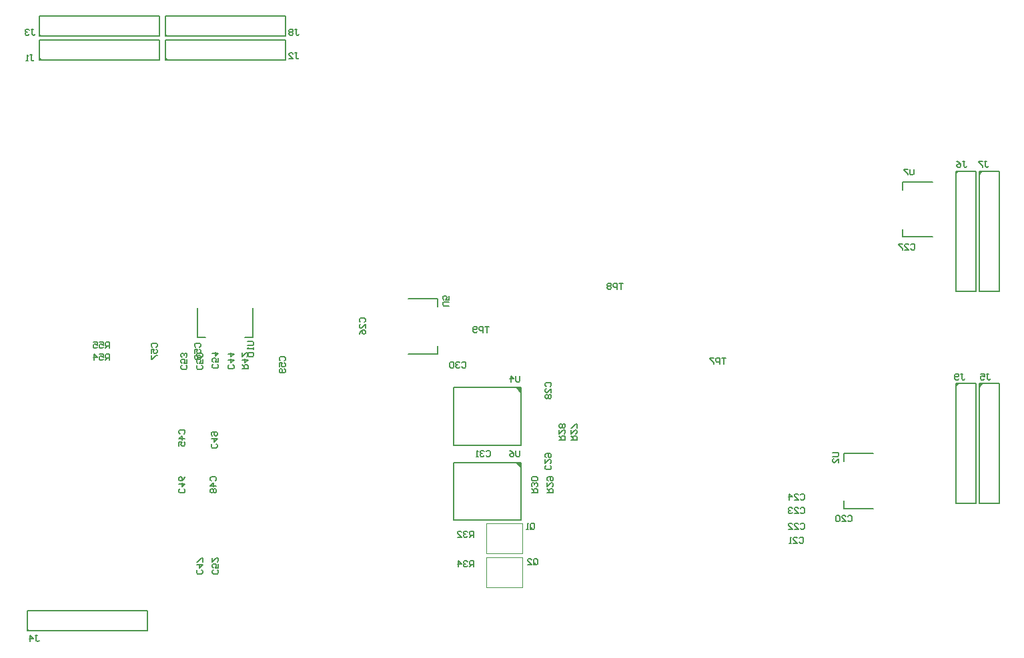
<source format=gbo>
G04*
G04 #@! TF.GenerationSoftware,Altium Limited,Altium Designer,24.5.2 (23)*
G04*
G04 Layer_Color=32896*
%FSLAX25Y25*%
%MOIN*%
G70*
G04*
G04 #@! TF.SameCoordinates,87A27F8E-189C-4B0C-BDB5-44B7C51DF011*
G04*
G04*
G04 #@! TF.FilePolarity,Positive*
G04*
G01*
G75*
%ADD10C,0.00787*%
%ADD11C,0.00500*%
%ADD12C,0.00197*%
%ADD13C,0.00800*%
%ADD14C,0.00799*%
%ADD137C,0.00394*%
D10*
X480315Y221457D02*
Y225394D01*
Y245079D02*
Y249016D01*
X495079D01*
X480315Y221457D02*
X495079D01*
X255906Y117397D02*
Y146140D01*
X289370Y117397D02*
Y146140D01*
X255906Y117397D02*
X289370D01*
X255906Y146140D02*
X289370D01*
X288697Y145851D02*
X289272Y144929D01*
X287667Y145971D02*
X288697Y145851D01*
X287667Y145971D02*
X289296Y144163D01*
X289380Y143708D01*
X287344Y146127D02*
X289380Y143708D01*
X255906Y79995D02*
Y108738D01*
X289370Y79995D02*
Y108738D01*
X255906Y79995D02*
X289370D01*
X255906Y108738D02*
X289370D01*
X288697Y108450D02*
X289272Y107527D01*
X287667Y108570D02*
X288697Y108450D01*
X287667Y108570D02*
X289296Y106761D01*
X289380Y106306D01*
X287344Y108725D02*
X289380Y106306D01*
X151575Y171260D02*
X155512D01*
X127953D02*
X131890D01*
X127953D02*
Y186024D01*
X155512Y171260D02*
Y186024D01*
X450787Y85630D02*
X465551D01*
X450787Y113189D02*
X465551D01*
X450787Y109252D02*
Y113189D01*
Y85630D02*
Y89567D01*
X233268Y190551D02*
X248031D01*
X233268Y162992D02*
X248031D01*
Y166929D01*
Y186614D02*
Y190551D01*
D11*
X108740Y309961D02*
Y319961D01*
X48740Y309961D02*
Y319961D01*
X108740D01*
X48740Y309961D02*
X108740D01*
X171732D02*
Y319961D01*
X111732Y309961D02*
Y319961D01*
X171732D01*
X111732Y309961D02*
X171732D01*
X108740Y321772D02*
Y331772D01*
X48740Y321772D02*
Y331772D01*
X108740D01*
X48740Y321772D02*
X108740D01*
X102835Y24528D02*
Y34528D01*
X42835Y24528D02*
Y34528D01*
X102835D01*
X42835Y24528D02*
X102835D01*
X518622Y88110D02*
X528622D01*
X518622Y148110D02*
X528622D01*
Y88110D02*
Y148110D01*
X518622Y88110D02*
Y148110D01*
X506811Y194409D02*
X516811D01*
X506811Y254410D02*
X516811D01*
Y194409D02*
Y254410D01*
X506811Y194409D02*
Y254410D01*
X518622Y194409D02*
X528622D01*
X518622Y254410D02*
X528622D01*
Y194409D02*
Y254410D01*
X518622Y194409D02*
Y254410D01*
X171732Y321772D02*
Y331772D01*
X111732Y321772D02*
Y331772D01*
X171732D01*
X111732Y321772D02*
X171732D01*
X506811Y88110D02*
X516811D01*
X506811Y148110D02*
X516811D01*
Y88110D02*
Y148110D01*
X506811Y88110D02*
Y148110D01*
D12*
X49883Y310108D02*
X50124D01*
X48857Y311134D02*
X49883Y310108D01*
X48857Y310994D02*
Y311134D01*
Y310994D02*
X49718Y310133D01*
X49554D02*
X49718D01*
X48921Y310766D02*
X49554Y310133D01*
X48921Y310652D02*
Y310766D01*
Y310652D02*
X49478Y310095D01*
X49326D02*
X49478D01*
X48895Y310526D02*
X49326Y310095D01*
X48895Y310349D02*
Y310526D01*
Y310349D02*
X49174Y310070D01*
X112875Y310108D02*
X113116D01*
X111849Y311134D02*
X112875Y310108D01*
X111849Y310994D02*
Y311134D01*
Y310994D02*
X112710Y310133D01*
X112546D02*
X112710D01*
X111913Y310766D02*
X112546Y310133D01*
X111913Y310652D02*
Y310766D01*
Y310652D02*
X112470Y310095D01*
X112318D02*
X112470D01*
X111888Y310526D02*
X112318Y310095D01*
X111888Y310349D02*
Y310526D01*
Y310349D02*
X112166Y310070D01*
X49883Y321919D02*
X50124D01*
X48857Y322945D02*
X49883Y321919D01*
X48857Y322805D02*
Y322945D01*
Y322805D02*
X49718Y321944D01*
X49554D02*
X49718D01*
X48921Y322577D02*
X49554Y321944D01*
X48921Y322463D02*
Y322577D01*
Y322463D02*
X49478Y321906D01*
X49326D02*
X49478D01*
X48895Y322337D02*
X49326Y321906D01*
X48895Y322160D02*
Y322337D01*
Y322160D02*
X49174Y321881D01*
X43978Y24675D02*
X44218D01*
X42952Y25701D02*
X43978Y24675D01*
X42952Y25561D02*
Y25701D01*
Y25561D02*
X43813Y24700D01*
X43648D02*
X43813D01*
X43015Y25333D02*
X43648Y24700D01*
X43015Y25219D02*
Y25333D01*
Y25219D02*
X43572Y24662D01*
X43421D02*
X43572D01*
X42990Y25093D02*
X43421Y24662D01*
X42990Y24915D02*
Y25093D01*
Y24915D02*
X43268Y24637D01*
X518769Y146727D02*
Y146967D01*
X519795Y147993D01*
X519656D02*
X519795D01*
X518794Y147132D02*
X519656Y147993D01*
X518794Y147132D02*
Y147297D01*
X519428Y147930D01*
X519314D02*
X519428D01*
X518756Y147373D02*
X519314Y147930D01*
X518756Y147373D02*
Y147524D01*
X519187Y147955D01*
X519010D02*
X519187D01*
X518731Y147677D02*
X519010Y147955D01*
X506958Y253026D02*
Y253266D01*
X507984Y254292D01*
X507845D02*
X507984D01*
X506984Y253431D02*
X507845Y254292D01*
X506984Y253431D02*
Y253596D01*
X507617Y254229D01*
X507503D02*
X507617D01*
X506945Y253672D02*
X507503Y254229D01*
X506945Y253672D02*
Y253823D01*
X507376Y254254D01*
X507199D02*
X507376D01*
X506920Y253976D02*
X507199Y254254D01*
X518769Y253026D02*
Y253266D01*
X519795Y254292D01*
X519656D02*
X519795D01*
X518794Y253431D02*
X519656Y254292D01*
X518794Y253431D02*
Y253596D01*
X519428Y254229D01*
X519314D02*
X519428D01*
X518756Y253672D02*
X519314Y254229D01*
X518756Y253672D02*
Y253823D01*
X519187Y254254D01*
X519010D02*
X519187D01*
X518731Y253976D02*
X519010Y254254D01*
X112875Y321919D02*
X113116D01*
X111849Y322945D02*
X112875Y321919D01*
X111849Y322805D02*
Y322945D01*
Y322805D02*
X112710Y321944D01*
X112546D02*
X112710D01*
X111913Y322577D02*
X112546Y321944D01*
X111913Y322463D02*
Y322577D01*
Y322463D02*
X112470Y321906D01*
X112318D02*
X112470D01*
X111888Y322337D02*
X112318Y321906D01*
X111888Y322160D02*
Y322337D01*
Y322160D02*
X112166Y321881D01*
X506958Y146727D02*
Y146967D01*
X507984Y147993D01*
X507845D02*
X507984D01*
X506984Y147132D02*
X507845Y147993D01*
X506984Y147132D02*
Y147297D01*
X507617Y147930D01*
X507503D02*
X507617D01*
X506945Y147373D02*
X507503Y147930D01*
X506945Y147373D02*
Y147524D01*
X507376Y147955D01*
X507199D02*
X507376D01*
X506920Y147677D02*
X507199Y147955D01*
D13*
X150075Y155450D02*
X153074D01*
Y156950D01*
X152575Y157449D01*
X151575D01*
X151075Y156950D01*
Y155450D01*
Y156450D02*
X150075Y157449D01*
Y159949D02*
X153074D01*
X151575Y158449D01*
Y160449D01*
X150075Y163447D02*
Y161448D01*
X152075Y163447D01*
X152575D01*
X153074Y162948D01*
Y161948D01*
X152575Y161448D01*
X122063Y157351D02*
X122563Y156851D01*
Y155851D01*
X122063Y155352D01*
X120063D01*
X119563Y155851D01*
Y156851D01*
X120063Y157351D01*
X122563Y160350D02*
Y158351D01*
X121063D01*
X121563Y159350D01*
Y159850D01*
X121063Y160350D01*
X120063D01*
X119563Y159850D01*
Y158851D01*
X120063Y158351D01*
X122063Y161350D02*
X122563Y161850D01*
Y162849D01*
X122063Y163349D01*
X121563D01*
X121063Y162849D01*
Y162349D01*
Y162849D01*
X120563Y163349D01*
X120063D01*
X119563Y162849D01*
Y161850D01*
X120063Y161350D01*
X137811Y54989D02*
X138311Y54489D01*
Y53489D01*
X137811Y52990D01*
X135811D01*
X135311Y53489D01*
Y54489D01*
X135811Y54989D01*
X138311Y57988D02*
Y55989D01*
X136811D01*
X137311Y56988D01*
Y57488D01*
X136811Y57988D01*
X135811D01*
X135311Y57488D01*
Y56488D01*
X135811Y55989D01*
X135311Y60987D02*
Y58987D01*
X137311Y60987D01*
X137811D01*
X138311Y60487D01*
Y59487D01*
X137811Y58987D01*
X129937Y157351D02*
X130437Y156851D01*
Y155851D01*
X129937Y155352D01*
X127937D01*
X127437Y155851D01*
Y156851D01*
X127937Y157351D01*
X130437Y160350D02*
Y158351D01*
X128937D01*
X129437Y159350D01*
Y159850D01*
X128937Y160350D01*
X127937D01*
X127437Y159850D01*
Y158851D01*
X127937Y158351D01*
X129937Y161350D02*
X130437Y161850D01*
Y162849D01*
X129937Y163349D01*
X127937D01*
X127437Y162849D01*
Y161850D01*
X127937Y161350D01*
X129937D01*
X137220Y118079D02*
X137720Y117580D01*
Y116580D01*
X137220Y116080D01*
X135221D01*
X134721Y116580D01*
Y117580D01*
X135221Y118079D01*
X134721Y120579D02*
X137720D01*
X136221Y119079D01*
Y121078D01*
X135221Y122078D02*
X134721Y122578D01*
Y123578D01*
X135221Y124077D01*
X137220D01*
X137720Y123578D01*
Y122578D01*
X137220Y122078D01*
X136720D01*
X136221Y122578D01*
Y124077D01*
X134827Y99440D02*
X134327Y99940D01*
Y100940D01*
X134827Y101440D01*
X136827D01*
X137326Y100940D01*
Y99940D01*
X136827Y99440D01*
X137326Y96941D02*
X134327D01*
X135827Y98441D01*
Y96441D01*
X134827Y95442D02*
X134327Y94942D01*
Y93942D01*
X134827Y93442D01*
X135327D01*
X135827Y93942D01*
X136327Y93442D01*
X136827D01*
X137326Y93942D01*
Y94942D01*
X136827Y95442D01*
X136327D01*
X135827Y94942D01*
X135327Y95442D01*
X134827D01*
X135827Y94942D02*
Y93942D01*
X129937Y54989D02*
X130437Y54489D01*
Y53489D01*
X129937Y52990D01*
X127937D01*
X127437Y53489D01*
Y54489D01*
X127937Y54989D01*
X127437Y57488D02*
X130437D01*
X128937Y55989D01*
Y57988D01*
X130437Y58987D02*
Y60987D01*
X129937D01*
X127937Y58987D01*
X127437D01*
X121078Y95442D02*
X121578Y94942D01*
Y93942D01*
X121078Y93442D01*
X119079D01*
X118579Y93942D01*
Y94942D01*
X119079Y95442D01*
X118579Y97941D02*
X121578D01*
X120079Y96441D01*
Y98441D01*
X121578Y101440D02*
X121078Y100440D01*
X120079Y99440D01*
X119079D01*
X118579Y99940D01*
Y100940D01*
X119079Y101440D01*
X119579D01*
X120079Y100940D01*
Y99440D01*
X119079Y123062D02*
X118579Y123562D01*
Y124562D01*
X119079Y125062D01*
X121078D01*
X121578Y124562D01*
Y123562D01*
X121078Y123062D01*
X121578Y120563D02*
X118579D01*
X120079Y122063D01*
Y120063D01*
X118579Y117064D02*
Y119064D01*
X120079D01*
X119579Y118064D01*
Y117564D01*
X120079Y117064D01*
X121078D01*
X121578Y117564D01*
Y118564D01*
X121078Y119064D01*
X145685Y157449D02*
X146185Y156950D01*
Y155950D01*
X145685Y155450D01*
X143685D01*
X143185Y155950D01*
Y156950D01*
X143685Y157449D01*
X143185Y159949D02*
X146185D01*
X144685Y158449D01*
Y160449D01*
X143185Y162948D02*
X146185D01*
X144685Y161448D01*
Y163447D01*
X83723Y165823D02*
Y168822D01*
X82224D01*
X81724Y168323D01*
Y167323D01*
X82224Y166823D01*
X83723D01*
X82723D02*
X81724Y165823D01*
X78725Y168822D02*
X80724D01*
Y167323D01*
X79724Y167823D01*
X79224D01*
X78725Y167323D01*
Y166323D01*
X79224Y165823D01*
X80224D01*
X80724Y166323D01*
X75726Y168822D02*
X77725D01*
Y167323D01*
X76725Y167823D01*
X76226D01*
X75726Y167323D01*
Y166323D01*
X76226Y165823D01*
X77225D01*
X77725Y166323D01*
X83723Y159918D02*
Y162917D01*
X82224D01*
X81724Y162417D01*
Y161417D01*
X82224Y160917D01*
X83723D01*
X82723D02*
X81724Y159918D01*
X78725Y162917D02*
X80724D01*
Y161417D01*
X79724Y161917D01*
X79224D01*
X78725Y161417D01*
Y160418D01*
X79224Y159918D01*
X80224D01*
X80724Y160418D01*
X76226Y159918D02*
Y162917D01*
X77725Y161417D01*
X75726D01*
X265810Y56571D02*
Y59570D01*
X264310D01*
X263810Y59071D01*
Y58071D01*
X264310Y57571D01*
X265810D01*
X264810D02*
X263810Y56571D01*
X262811Y59071D02*
X262311Y59570D01*
X261311D01*
X260811Y59071D01*
Y58571D01*
X261311Y58071D01*
X261811D01*
X261311D01*
X260811Y57571D01*
Y57071D01*
X261311Y56571D01*
X262311D01*
X262811Y57071D01*
X258312Y56571D02*
Y59570D01*
X259812Y58071D01*
X257812D01*
X265810Y71335D02*
Y74334D01*
X264310D01*
X263810Y73834D01*
Y72835D01*
X264310Y72335D01*
X265810D01*
X264810D02*
X263810Y71335D01*
X262811Y73834D02*
X262311Y74334D01*
X261311D01*
X260811Y73834D01*
Y73334D01*
X261311Y72835D01*
X261811D01*
X261311D01*
X260811Y72335D01*
Y71835D01*
X261311Y71335D01*
X262311D01*
X262811Y71835D01*
X257812Y71335D02*
X259812D01*
X257812Y73334D01*
Y73834D01*
X258312Y74334D01*
X259312D01*
X259812Y73834D01*
X391794Y160948D02*
X389795D01*
X390794D01*
Y157949D01*
X388795D02*
Y160948D01*
X387295D01*
X386796Y160449D01*
Y159449D01*
X387295Y158949D01*
X388795D01*
X385796Y160948D02*
X383797D01*
Y160449D01*
X385796Y158449D01*
Y157949D01*
X153028Y169103D02*
X155527D01*
X156027Y168603D01*
Y167604D01*
X155527Y167104D01*
X153028D01*
X156027Y166104D02*
Y165104D01*
Y165604D01*
X153028D01*
X153528Y166104D01*
Y163605D02*
X153028Y163105D01*
Y162105D01*
X153528Y161606D01*
X155527D01*
X156027Y162105D01*
Y163105D01*
X155527Y163605D01*
X153528D01*
X273684Y176696D02*
X271684D01*
X272684D01*
Y173697D01*
X270685D02*
Y176696D01*
X269185D01*
X268685Y176197D01*
Y175197D01*
X269185Y174697D01*
X270685D01*
X267686Y174197D02*
X267186Y173697D01*
X266186D01*
X265686Y174197D01*
Y176197D01*
X266186Y176696D01*
X267186D01*
X267686Y176197D01*
Y175697D01*
X267186Y175197D01*
X265686D01*
X340613Y198350D02*
X338614D01*
X339613D01*
Y195351D01*
X337614D02*
Y198350D01*
X336114D01*
X335614Y197850D01*
Y196850D01*
X336114Y196351D01*
X337614D01*
X334615Y197850D02*
X334115Y198350D01*
X333115D01*
X332615Y197850D01*
Y197350D01*
X333115Y196850D01*
X332615Y196351D01*
Y195851D01*
X333115Y195351D01*
X334115D01*
X334615Y195851D01*
Y196351D01*
X334115Y196850D01*
X334615Y197350D01*
Y197850D01*
X334115Y196850D02*
X333115D01*
X169276Y159480D02*
X168776Y159979D01*
Y160979D01*
X169276Y161479D01*
X171275D01*
X171775Y160979D01*
Y159979D01*
X171275Y159480D01*
X168776Y156481D02*
Y158480D01*
X170276D01*
X169776Y157480D01*
Y156981D01*
X170276Y156481D01*
X171275D01*
X171775Y156981D01*
Y157980D01*
X171275Y158480D01*
Y155481D02*
X171775Y154981D01*
Y153981D01*
X171275Y153482D01*
X169276D01*
X168776Y153981D01*
Y154981D01*
X169276Y155481D01*
X169776D01*
X170276Y154981D01*
Y153482D01*
X126953Y166369D02*
X126453Y166869D01*
Y167869D01*
X126953Y168369D01*
X128952D01*
X129452Y167869D01*
Y166869D01*
X128952Y166369D01*
X126453Y163370D02*
Y165370D01*
X127953D01*
X127453Y164370D01*
Y163870D01*
X127953Y163370D01*
X128952D01*
X129452Y163870D01*
Y164870D01*
X128952Y165370D01*
X126953Y162371D02*
X126453Y161871D01*
Y160871D01*
X126953Y160371D01*
X127453D01*
X127953Y160871D01*
X128453Y160371D01*
X128952D01*
X129452Y160871D01*
Y161871D01*
X128952Y162371D01*
X128453D01*
X127953Y161871D01*
X127453Y162371D01*
X126953D01*
X127953Y161871D02*
Y160871D01*
X105299Y166369D02*
X104800Y166869D01*
Y167869D01*
X105299Y168369D01*
X107299D01*
X107799Y167869D01*
Y166869D01*
X107299Y166369D01*
X104800Y163370D02*
Y165370D01*
X106299D01*
X105799Y164370D01*
Y163870D01*
X106299Y163370D01*
X107299D01*
X107799Y163870D01*
Y164870D01*
X107299Y165370D01*
X104800Y162371D02*
Y160371D01*
X105299D01*
X107299Y162371D01*
X107799D01*
X253468Y187068D02*
X250969D01*
X250469Y187568D01*
Y188567D01*
X250969Y189067D01*
X253468D01*
Y192066D02*
Y190067D01*
X251969D01*
X252468Y191066D01*
Y191566D01*
X251969Y192066D01*
X250969D01*
X250469Y191566D01*
Y190567D01*
X250969Y190067D01*
X209324Y178829D02*
X208824Y179328D01*
Y180328D01*
X209324Y180828D01*
X211324D01*
X211824Y180328D01*
Y179328D01*
X211324Y178829D01*
X211824Y175829D02*
Y177829D01*
X209824Y175829D01*
X209324D01*
X208824Y176329D01*
Y177329D01*
X209324Y177829D01*
X208824Y172830D02*
X209324Y173830D01*
X210324Y174830D01*
X211324D01*
X211824Y174330D01*
Y173330D01*
X211324Y172830D01*
X210824D01*
X210324Y173330D01*
Y174830D01*
X485767Y255436D02*
Y252937D01*
X485267Y252437D01*
X484267D01*
X483768Y252937D01*
Y255436D01*
X482768D02*
X480768D01*
Y254937D01*
X482768Y252937D01*
Y252437D01*
X484283Y217535D02*
X484783Y218035D01*
X485782D01*
X486282Y217535D01*
Y215536D01*
X485782Y215036D01*
X484783D01*
X484283Y215536D01*
X481284Y215036D02*
X483283D01*
X481284Y217035D01*
Y217535D01*
X481784Y218035D01*
X482783D01*
X483283Y217535D01*
X480284Y218035D02*
X478285D01*
Y217535D01*
X480284Y215536D01*
Y215036D01*
X445351Y113720D02*
X447850D01*
X448350Y113220D01*
Y112220D01*
X447850Y111720D01*
X445351D01*
X448350Y108721D02*
Y110721D01*
X446350Y108721D01*
X445851D01*
X445351Y109221D01*
Y110221D01*
X445851Y110721D01*
X452785Y81760D02*
X453285Y82260D01*
X454285D01*
X454785Y81760D01*
Y79760D01*
X454285Y79261D01*
X453285D01*
X452785Y79760D01*
X449786Y79261D02*
X451786D01*
X449786Y81260D01*
Y81760D01*
X450286Y82260D01*
X451286D01*
X451786Y81760D01*
X448787D02*
X448287Y82260D01*
X447287D01*
X446787Y81760D01*
Y79760D01*
X447287Y79261D01*
X448287D01*
X448787Y79760D01*
Y81760D01*
X288916Y114689D02*
Y112189D01*
X288417Y111689D01*
X287417D01*
X286917Y112189D01*
Y114689D01*
X283918D02*
X284918Y114189D01*
X285917Y113189D01*
Y112189D01*
X285418Y111689D01*
X284418D01*
X283918Y112189D01*
Y112689D01*
X284418Y113189D01*
X285917D01*
X429165Y92535D02*
X429665Y93035D01*
X430664D01*
X431164Y92535D01*
Y90536D01*
X430664Y90036D01*
X429665D01*
X429165Y90536D01*
X426166Y90036D02*
X428165D01*
X426166Y92035D01*
Y92535D01*
X426665Y93035D01*
X427665D01*
X428165Y92535D01*
X423666Y90036D02*
Y93035D01*
X425166Y91535D01*
X423167D01*
X429165Y85645D02*
X429665Y86145D01*
X430664D01*
X431164Y85645D01*
Y83646D01*
X430664Y83146D01*
X429665D01*
X429165Y83646D01*
X426166Y83146D02*
X428165D01*
X426166Y85145D01*
Y85645D01*
X426665Y86145D01*
X427665D01*
X428165Y85645D01*
X425166D02*
X424666Y86145D01*
X423666D01*
X423167Y85645D01*
Y85145D01*
X423666Y84646D01*
X424166D01*
X423666D01*
X423167Y84146D01*
Y83646D01*
X423666Y83146D01*
X424666D01*
X425166Y83646D01*
X429165Y77771D02*
X429665Y78271D01*
X430664D01*
X431164Y77771D01*
Y75772D01*
X430664Y75272D01*
X429665D01*
X429165Y75772D01*
X426166Y75272D02*
X428165D01*
X426166Y77271D01*
Y77771D01*
X426665Y78271D01*
X427665D01*
X428165Y77771D01*
X423167Y75272D02*
X425166D01*
X423167Y77271D01*
Y77771D01*
X423666Y78271D01*
X424666D01*
X425166Y77771D01*
X428665Y70882D02*
X429165Y71381D01*
X430164D01*
X430664Y70882D01*
Y68882D01*
X430164Y68382D01*
X429165D01*
X428665Y68882D01*
X425666Y68382D02*
X427665D01*
X425666Y70382D01*
Y70882D01*
X426166Y71381D01*
X427165D01*
X427665Y70882D01*
X424666Y68382D02*
X423666D01*
X424166D01*
Y71381D01*
X424666Y70882D01*
X288916Y152090D02*
Y149591D01*
X288417Y149091D01*
X287417D01*
X286917Y149591D01*
Y152090D01*
X284418Y149091D02*
Y152090D01*
X285917Y150591D01*
X283918D01*
X294760Y93442D02*
X297759D01*
Y94942D01*
X297259Y95442D01*
X296260D01*
X295760Y94942D01*
Y93442D01*
Y94442D02*
X294760Y95442D01*
X297259Y96441D02*
X297759Y96941D01*
Y97941D01*
X297259Y98441D01*
X296760D01*
X296260Y97941D01*
Y97441D01*
Y97941D01*
X295760Y98441D01*
X295260D01*
X294760Y97941D01*
Y96941D01*
X295260Y96441D01*
X297259Y99440D02*
X297759Y99940D01*
Y100940D01*
X297259Y101440D01*
X295260D01*
X294760Y100940D01*
Y99940D01*
X295260Y99440D01*
X297259D01*
X302634Y93442D02*
X305633D01*
Y94942D01*
X305134Y95442D01*
X304134D01*
X303634Y94942D01*
Y93442D01*
Y94442D02*
X302634Y95442D01*
Y98441D02*
Y96441D01*
X304634Y98441D01*
X305134D01*
X305633Y97941D01*
Y96941D01*
X305134Y96441D01*
X303134Y99440D02*
X302634Y99940D01*
Y100940D01*
X303134Y101440D01*
X305134D01*
X305633Y100940D01*
Y99940D01*
X305134Y99440D01*
X304634D01*
X304134Y99940D01*
Y101440D01*
X308540Y120017D02*
X311539D01*
Y121517D01*
X311039Y122016D01*
X310039D01*
X309540Y121517D01*
Y120017D01*
Y121017D02*
X308540Y122016D01*
Y125015D02*
Y123016D01*
X310539Y125015D01*
X311039D01*
X311539Y124516D01*
Y123516D01*
X311039Y123016D01*
Y126015D02*
X311539Y126515D01*
Y127515D01*
X311039Y128015D01*
X310539D01*
X310039Y127515D01*
X309540Y128015D01*
X309040D01*
X308540Y127515D01*
Y126515D01*
X309040Y126015D01*
X309540D01*
X310039Y126515D01*
X310539Y126015D01*
X311039D01*
X310039Y126515D02*
Y127515D01*
X314445Y120017D02*
X317444D01*
Y121517D01*
X316945Y122016D01*
X315945D01*
X315445Y121517D01*
Y120017D01*
Y121017D02*
X314445Y122016D01*
Y125015D02*
Y123016D01*
X316445Y125015D01*
X316945D01*
X317444Y124516D01*
Y123516D01*
X316945Y123016D01*
X317444Y126015D02*
Y128015D01*
X316945D01*
X314945Y126015D01*
X314445D01*
X295775Y58055D02*
Y60055D01*
X296275Y60555D01*
X297275D01*
X297775Y60055D01*
Y58055D01*
X297275Y57556D01*
X296275D01*
X296775Y58555D02*
X295775Y57556D01*
X296275D02*
X295775Y58055D01*
X292776Y57556D02*
X294776D01*
X292776Y59555D01*
Y60055D01*
X293276Y60555D01*
X294276D01*
X294776Y60055D01*
X294291Y75772D02*
Y77771D01*
X294791Y78271D01*
X295791D01*
X296291Y77771D01*
Y75772D01*
X295791Y75272D01*
X294791D01*
X295291Y76272D02*
X294291Y75272D01*
X294791D02*
X294291Y75772D01*
X293292Y75272D02*
X292292D01*
X292792D01*
Y78271D01*
X293292Y77771D01*
X272169Y114189D02*
X272669Y114689D01*
X273668D01*
X274168Y114189D01*
Y112189D01*
X273668Y111689D01*
X272669D01*
X272169Y112189D01*
X271169Y114189D02*
X270669Y114689D01*
X269670D01*
X269170Y114189D01*
Y113689D01*
X269670Y113189D01*
X270169D01*
X269670D01*
X269170Y112689D01*
Y112189D01*
X269670Y111689D01*
X270669D01*
X271169Y112189D01*
X268170Y111689D02*
X267170D01*
X267670D01*
Y114689D01*
X268170Y114189D01*
X259873Y158480D02*
X260373Y158980D01*
X261373D01*
X261873Y158480D01*
Y156481D01*
X261373Y155981D01*
X260373D01*
X259873Y156481D01*
X258874Y158480D02*
X258374Y158980D01*
X257374D01*
X256874Y158480D01*
Y157980D01*
X257374Y157480D01*
X257874D01*
X257374D01*
X256874Y156981D01*
Y156481D01*
X257374Y155981D01*
X258374D01*
X258874Y156481D01*
X255875Y158480D02*
X255375Y158980D01*
X254375D01*
X253875Y158480D01*
Y156481D01*
X254375Y155981D01*
X255375D01*
X255875Y156481D01*
Y158480D01*
X304149Y107253D02*
X304649Y106753D01*
Y105753D01*
X304149Y105253D01*
X302150D01*
X301650Y105753D01*
Y106753D01*
X302150Y107253D01*
X301650Y110252D02*
Y108252D01*
X303649Y110252D01*
X304149D01*
X304649Y109752D01*
Y108752D01*
X304149Y108252D01*
X302150Y111251D02*
X301650Y111751D01*
Y112751D01*
X302150Y113251D01*
X304149D01*
X304649Y112751D01*
Y111751D01*
X304149Y111251D01*
X303649D01*
X303150Y111751D01*
Y113251D01*
X302150Y146684D02*
X301650Y147184D01*
Y148184D01*
X302150Y148684D01*
X304149D01*
X304649Y148184D01*
Y147184D01*
X304149Y146684D01*
X304649Y143685D02*
Y145685D01*
X302650Y143685D01*
X302150D01*
X301650Y144185D01*
Y145185D01*
X302150Y145685D01*
Y142686D02*
X301650Y142186D01*
Y141186D01*
X302150Y140686D01*
X302650D01*
X303150Y141186D01*
X303649Y140686D01*
X304149D01*
X304649Y141186D01*
Y142186D01*
X304149Y142686D01*
X303649D01*
X303150Y142186D01*
X302650Y142686D01*
X302150D01*
X303150Y142186D02*
Y141186D01*
X44791Y325318D02*
X45791D01*
X45291D01*
Y322819D01*
X45791Y322319D01*
X46291D01*
X46791Y322819D01*
X43791Y324819D02*
X43292Y325318D01*
X42292D01*
X41792Y324819D01*
Y324319D01*
X42292Y323819D01*
X42792D01*
X42292D01*
X41792Y323319D01*
Y322819D01*
X42292Y322319D01*
X43292D01*
X43791Y322819D01*
X176681Y325318D02*
X177681D01*
X177181D01*
Y322819D01*
X177681Y322319D01*
X178180D01*
X178680Y322819D01*
X175681Y324819D02*
X175181Y325318D01*
X174182D01*
X173682Y324819D01*
Y324319D01*
X174182Y323819D01*
X173682Y323319D01*
Y322819D01*
X174182Y322319D01*
X175181D01*
X175681Y322819D01*
Y323319D01*
X175181Y323819D01*
X175681Y324319D01*
Y324819D01*
X175181Y323819D02*
X174182D01*
X176681Y313507D02*
X177681D01*
X177181D01*
Y311008D01*
X177681Y310508D01*
X178180D01*
X178680Y311008D01*
X173682Y310508D02*
X175681D01*
X173682Y312508D01*
Y313007D01*
X174182Y313507D01*
X175181D01*
X175681Y313007D01*
X46760Y22169D02*
X47759D01*
X47260D01*
Y19670D01*
X47759Y19170D01*
X48259D01*
X48759Y19670D01*
X44260Y19170D02*
Y22169D01*
X45760Y20669D01*
X43761D01*
X44291Y312523D02*
X45291D01*
X44791D01*
Y310024D01*
X45291Y309524D01*
X45791D01*
X46291Y310024D01*
X43292Y309524D02*
X42292D01*
X42792D01*
Y312523D01*
X43292Y312023D01*
X521169Y259373D02*
X522169D01*
X521669D01*
Y256874D01*
X522169Y256375D01*
X522669D01*
X523169Y256874D01*
X520169Y259373D02*
X518170D01*
Y258874D01*
X520169Y256874D01*
Y256375D01*
X510342Y259373D02*
X511342D01*
X510842D01*
Y256874D01*
X511342Y256375D01*
X511842D01*
X512342Y256874D01*
X507343Y259373D02*
X508343Y258874D01*
X509343Y257874D01*
Y256874D01*
X508843Y256375D01*
X507843D01*
X507343Y256874D01*
Y257374D01*
X507843Y257874D01*
X509343D01*
X522153Y153074D02*
X523153D01*
X522653D01*
Y150575D01*
X523153Y150075D01*
X523653D01*
X524153Y150575D01*
X519154Y153074D02*
X521154D01*
Y151575D01*
X520154Y152075D01*
X519654D01*
X519154Y151575D01*
Y150575D01*
X519654Y150075D01*
X520654D01*
X521154Y150575D01*
X509358Y153074D02*
X510358D01*
X509858D01*
Y150575D01*
X510358Y150075D01*
X510858D01*
X511357Y150575D01*
X508358D02*
X507859Y150075D01*
X506859D01*
X506359Y150575D01*
Y152575D01*
X506859Y153074D01*
X507859D01*
X508358Y152575D01*
Y152075D01*
X507859Y151575D01*
X506359D01*
D14*
X137724Y157840D02*
X138224Y157340D01*
Y156341D01*
X137724Y155841D01*
X135725D01*
X135225Y156341D01*
Y157340D01*
X135725Y157840D01*
X138224Y160839D02*
Y158840D01*
X136725D01*
X137225Y159839D01*
Y160339D01*
X136725Y160839D01*
X135725D01*
X135225Y160339D01*
Y159340D01*
X135725Y158840D01*
X135225Y163338D02*
X138224D01*
X136725Y161839D01*
Y163838D01*
D137*
X290158Y46306D02*
Y61266D01*
X272047Y46306D02*
X290158D01*
X272047D02*
Y61266D01*
X290158D01*
X290158Y63386D02*
Y78347D01*
X272047Y63386D02*
X290158D01*
X272047D02*
Y78347D01*
X290158D01*
M02*

</source>
